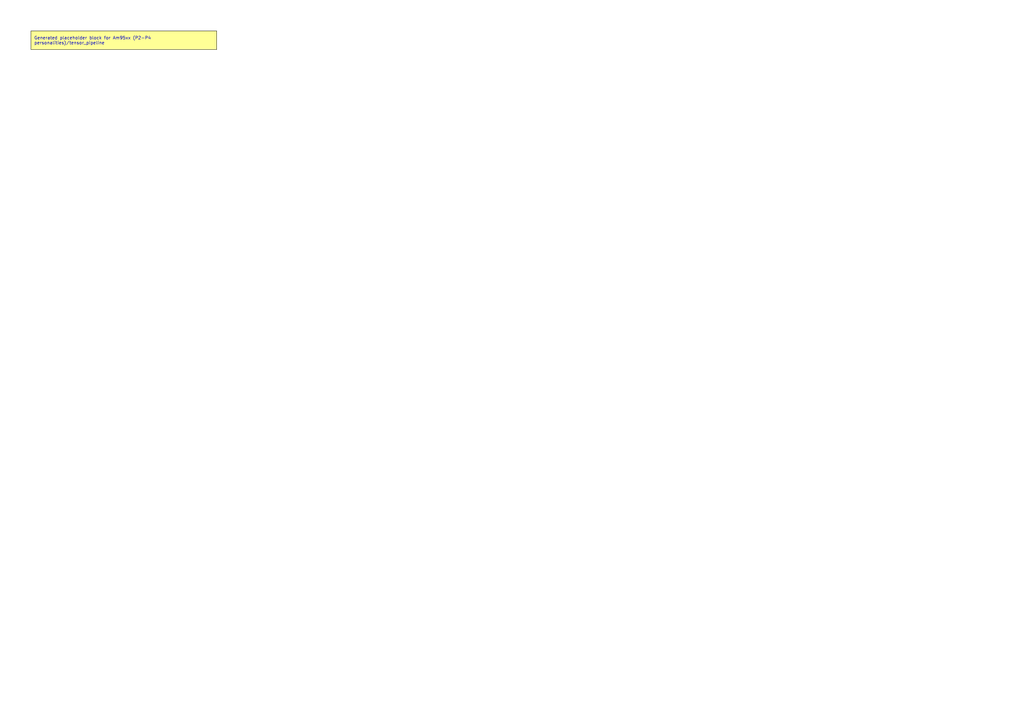
<source format=kicad_sch>
(kicad_sch
	(version 20250114)
	(generator "kicadgen")
	(generator_version "0.2")
	(uuid "38f27c7b-2930-5b1d-a4e3-45dc2dd03ce2")
	(paper "A3")
	(title_block
		(title "Am95xx (P2-P4 personalities)::tensor_pipeline")
		(company "Project Carbon")
		(comment 1 "Generated - do not edit in generated/")
		(comment 2 "Edit in schem/kicad9/manual/ or refine mapping specs")
	)
	(lib_symbols)
	(text_box
		"Generated placeholder block for Am95xx (P2-P4 personalities)/tensor_pipeline"
		(exclude_from_sim no)
		(at
			12.7
			12.7
			0
		)
		(size 76.2 7.62)
		(margins
			1.27
			1.27
			1.27
			1.27
		)
		(stroke
			(width 0)
			(type default)
			(color
				0
				0
				0
				1
			)
		)
		(fill
			(type color)
			(color
				255
				255
				150
				1
			)
		)
		(effects
			(font
				(size 1.27 1.27)
			)
			(justify left)
		)
		(uuid "2f0db84a-b1e2-5909-a092-7c8651e311d4")
	)
	(sheet_instances
		(path
			"/"
			(page "1")
		)
	)
	(embedded_fonts no)
)

</source>
